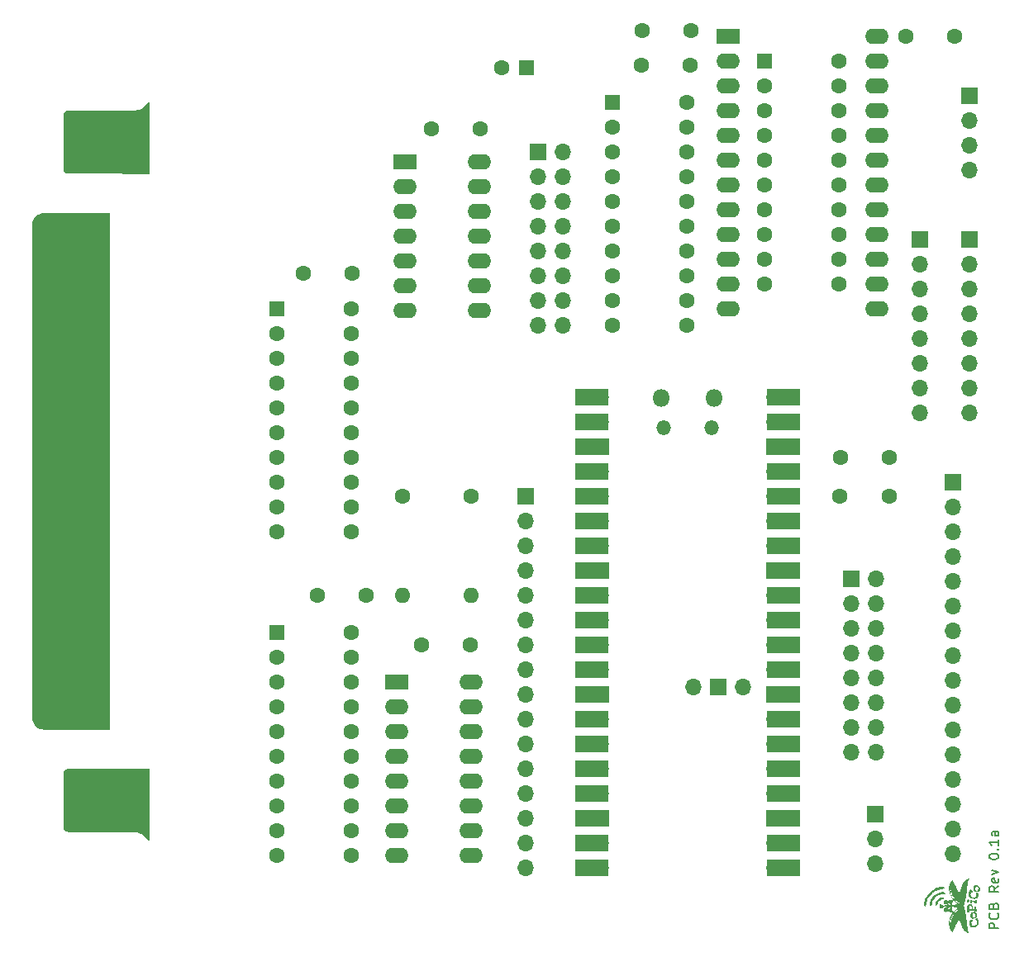
<source format=gbr>
%TF.GenerationSoftware,KiCad,Pcbnew,7.0.11-7.0.11~ubuntu22.04.1*%
%TF.CreationDate,2024-04-01T06:10:19-07:00*%
%TF.ProjectId,copico,636f7069-636f-42e6-9b69-6361645f7063,0.1.24*%
%TF.SameCoordinates,Original*%
%TF.FileFunction,Soldermask,Top*%
%TF.FilePolarity,Negative*%
%FSLAX46Y46*%
G04 Gerber Fmt 4.6, Leading zero omitted, Abs format (unit mm)*
G04 Created by KiCad (PCBNEW 7.0.11-7.0.11~ubuntu22.04.1) date 2024-04-01 06:10:19*
%MOMM*%
%LPD*%
G01*
G04 APERTURE LIST*
G04 Aperture macros list*
%AMRoundRect*
0 Rectangle with rounded corners*
0 $1 Rounding radius*
0 $2 $3 $4 $5 $6 $7 $8 $9 X,Y pos of 4 corners*
0 Add a 4 corners polygon primitive as box body*
4,1,4,$2,$3,$4,$5,$6,$7,$8,$9,$2,$3,0*
0 Add four circle primitives for the rounded corners*
1,1,$1+$1,$2,$3*
1,1,$1+$1,$4,$5*
1,1,$1+$1,$6,$7*
1,1,$1+$1,$8,$9*
0 Add four rect primitives between the rounded corners*
20,1,$1+$1,$2,$3,$4,$5,0*
20,1,$1+$1,$4,$5,$6,$7,0*
20,1,$1+$1,$6,$7,$8,$9,0*
20,1,$1+$1,$8,$9,$2,$3,0*%
G04 Aperture macros list end*
%ADD10C,0.150000*%
%ADD11R,6.350000X1.270000*%
%ADD12R,1.600000X1.600000*%
%ADD13C,1.600000*%
%ADD14R,1.700000X1.700000*%
%ADD15O,1.700000X1.700000*%
%ADD16O,1.600000X1.600000*%
%ADD17RoundRect,0.102000X-0.700000X0.700000X-0.700000X-0.700000X0.700000X-0.700000X0.700000X0.700000X0*%
%ADD18C,1.604000*%
%ADD19R,2.400000X1.600000*%
%ADD20O,2.400000X1.600000*%
%ADD21O,1.800000X1.800000*%
%ADD22O,1.500000X1.500000*%
%ADD23R,3.500000X1.700000*%
G04 APERTURE END LIST*
D10*
X190446819Y-151026190D02*
X189446819Y-151026190D01*
X189446819Y-151026190D02*
X189446819Y-150645238D01*
X189446819Y-150645238D02*
X189494438Y-150550000D01*
X189494438Y-150550000D02*
X189542057Y-150502381D01*
X189542057Y-150502381D02*
X189637295Y-150454762D01*
X189637295Y-150454762D02*
X189780152Y-150454762D01*
X189780152Y-150454762D02*
X189875390Y-150502381D01*
X189875390Y-150502381D02*
X189923009Y-150550000D01*
X189923009Y-150550000D02*
X189970628Y-150645238D01*
X189970628Y-150645238D02*
X189970628Y-151026190D01*
X190351580Y-149454762D02*
X190399200Y-149502381D01*
X190399200Y-149502381D02*
X190446819Y-149645238D01*
X190446819Y-149645238D02*
X190446819Y-149740476D01*
X190446819Y-149740476D02*
X190399200Y-149883333D01*
X190399200Y-149883333D02*
X190303961Y-149978571D01*
X190303961Y-149978571D02*
X190208723Y-150026190D01*
X190208723Y-150026190D02*
X190018247Y-150073809D01*
X190018247Y-150073809D02*
X189875390Y-150073809D01*
X189875390Y-150073809D02*
X189684914Y-150026190D01*
X189684914Y-150026190D02*
X189589676Y-149978571D01*
X189589676Y-149978571D02*
X189494438Y-149883333D01*
X189494438Y-149883333D02*
X189446819Y-149740476D01*
X189446819Y-149740476D02*
X189446819Y-149645238D01*
X189446819Y-149645238D02*
X189494438Y-149502381D01*
X189494438Y-149502381D02*
X189542057Y-149454762D01*
X189923009Y-148692857D02*
X189970628Y-148550000D01*
X189970628Y-148550000D02*
X190018247Y-148502381D01*
X190018247Y-148502381D02*
X190113485Y-148454762D01*
X190113485Y-148454762D02*
X190256342Y-148454762D01*
X190256342Y-148454762D02*
X190351580Y-148502381D01*
X190351580Y-148502381D02*
X190399200Y-148550000D01*
X190399200Y-148550000D02*
X190446819Y-148645238D01*
X190446819Y-148645238D02*
X190446819Y-149026190D01*
X190446819Y-149026190D02*
X189446819Y-149026190D01*
X189446819Y-149026190D02*
X189446819Y-148692857D01*
X189446819Y-148692857D02*
X189494438Y-148597619D01*
X189494438Y-148597619D02*
X189542057Y-148550000D01*
X189542057Y-148550000D02*
X189637295Y-148502381D01*
X189637295Y-148502381D02*
X189732533Y-148502381D01*
X189732533Y-148502381D02*
X189827771Y-148550000D01*
X189827771Y-148550000D02*
X189875390Y-148597619D01*
X189875390Y-148597619D02*
X189923009Y-148692857D01*
X189923009Y-148692857D02*
X189923009Y-149026190D01*
X190446819Y-146692857D02*
X189970628Y-147026190D01*
X190446819Y-147264285D02*
X189446819Y-147264285D01*
X189446819Y-147264285D02*
X189446819Y-146883333D01*
X189446819Y-146883333D02*
X189494438Y-146788095D01*
X189494438Y-146788095D02*
X189542057Y-146740476D01*
X189542057Y-146740476D02*
X189637295Y-146692857D01*
X189637295Y-146692857D02*
X189780152Y-146692857D01*
X189780152Y-146692857D02*
X189875390Y-146740476D01*
X189875390Y-146740476D02*
X189923009Y-146788095D01*
X189923009Y-146788095D02*
X189970628Y-146883333D01*
X189970628Y-146883333D02*
X189970628Y-147264285D01*
X190399200Y-145883333D02*
X190446819Y-145978571D01*
X190446819Y-145978571D02*
X190446819Y-146169047D01*
X190446819Y-146169047D02*
X190399200Y-146264285D01*
X190399200Y-146264285D02*
X190303961Y-146311904D01*
X190303961Y-146311904D02*
X189923009Y-146311904D01*
X189923009Y-146311904D02*
X189827771Y-146264285D01*
X189827771Y-146264285D02*
X189780152Y-146169047D01*
X189780152Y-146169047D02*
X189780152Y-145978571D01*
X189780152Y-145978571D02*
X189827771Y-145883333D01*
X189827771Y-145883333D02*
X189923009Y-145835714D01*
X189923009Y-145835714D02*
X190018247Y-145835714D01*
X190018247Y-145835714D02*
X190113485Y-146311904D01*
X189780152Y-145502380D02*
X190446819Y-145264285D01*
X190446819Y-145264285D02*
X189780152Y-145026190D01*
X189446819Y-143692856D02*
X189446819Y-143597618D01*
X189446819Y-143597618D02*
X189494438Y-143502380D01*
X189494438Y-143502380D02*
X189542057Y-143454761D01*
X189542057Y-143454761D02*
X189637295Y-143407142D01*
X189637295Y-143407142D02*
X189827771Y-143359523D01*
X189827771Y-143359523D02*
X190065866Y-143359523D01*
X190065866Y-143359523D02*
X190256342Y-143407142D01*
X190256342Y-143407142D02*
X190351580Y-143454761D01*
X190351580Y-143454761D02*
X190399200Y-143502380D01*
X190399200Y-143502380D02*
X190446819Y-143597618D01*
X190446819Y-143597618D02*
X190446819Y-143692856D01*
X190446819Y-143692856D02*
X190399200Y-143788094D01*
X190399200Y-143788094D02*
X190351580Y-143835713D01*
X190351580Y-143835713D02*
X190256342Y-143883332D01*
X190256342Y-143883332D02*
X190065866Y-143930951D01*
X190065866Y-143930951D02*
X189827771Y-143930951D01*
X189827771Y-143930951D02*
X189637295Y-143883332D01*
X189637295Y-143883332D02*
X189542057Y-143835713D01*
X189542057Y-143835713D02*
X189494438Y-143788094D01*
X189494438Y-143788094D02*
X189446819Y-143692856D01*
X190351580Y-142930951D02*
X190399200Y-142883332D01*
X190399200Y-142883332D02*
X190446819Y-142930951D01*
X190446819Y-142930951D02*
X190399200Y-142978570D01*
X190399200Y-142978570D02*
X190351580Y-142930951D01*
X190351580Y-142930951D02*
X190446819Y-142930951D01*
X190446819Y-141930952D02*
X190446819Y-142502380D01*
X190446819Y-142216666D02*
X189446819Y-142216666D01*
X189446819Y-142216666D02*
X189589676Y-142311904D01*
X189589676Y-142311904D02*
X189684914Y-142407142D01*
X189684914Y-142407142D02*
X189732533Y-142502380D01*
X190446819Y-141073809D02*
X189923009Y-141073809D01*
X189923009Y-141073809D02*
X189827771Y-141121428D01*
X189827771Y-141121428D02*
X189780152Y-141216666D01*
X189780152Y-141216666D02*
X189780152Y-141407142D01*
X189780152Y-141407142D02*
X189827771Y-141502380D01*
X190399200Y-141073809D02*
X190446819Y-141169047D01*
X190446819Y-141169047D02*
X190446819Y-141407142D01*
X190446819Y-141407142D02*
X190399200Y-141502380D01*
X190399200Y-141502380D02*
X190303961Y-141549999D01*
X190303961Y-141549999D02*
X190208723Y-141549999D01*
X190208723Y-141549999D02*
X190113485Y-141502380D01*
X190113485Y-141502380D02*
X190065866Y-141407142D01*
X190065866Y-141407142D02*
X190065866Y-141169047D01*
X190065866Y-141169047D02*
X190018247Y-141073809D01*
%TO.C,G\u002A\u002A\u002A*%
G36*
X187359202Y-148043709D02*
G01*
X187402850Y-148081312D01*
X187430762Y-148133408D01*
X187441548Y-148195854D01*
X187433814Y-148264504D01*
X187433615Y-148265303D01*
X187411578Y-148319702D01*
X187379519Y-148357302D01*
X187341362Y-148377386D01*
X187301036Y-148379242D01*
X187262467Y-148362156D01*
X187229583Y-148325412D01*
X187218613Y-148304404D01*
X187203488Y-148251605D01*
X187201842Y-148197441D01*
X187211712Y-148145546D01*
X187231139Y-148099559D01*
X187258160Y-148063114D01*
X187290816Y-148039848D01*
X187327145Y-148033396D01*
X187359202Y-148043709D01*
G37*
G36*
X184727694Y-147838065D02*
G01*
X184776661Y-147846542D01*
X184809486Y-147860306D01*
X184813070Y-147863175D01*
X184829797Y-147892301D01*
X184833198Y-147930443D01*
X184823221Y-147967201D01*
X184813664Y-147981300D01*
X184788545Y-147997461D01*
X184746388Y-148012118D01*
X184716808Y-148018916D01*
X184597739Y-148051446D01*
X184489844Y-148099955D01*
X184395118Y-148162595D01*
X184315555Y-148237514D01*
X184253149Y-148322863D01*
X184209895Y-148416790D01*
X184188787Y-148508745D01*
X184178814Y-148568588D01*
X184164697Y-148610110D01*
X184143743Y-148638463D01*
X184113259Y-148658799D01*
X184109381Y-148660686D01*
X184062092Y-148677135D01*
X184026300Y-148674786D01*
X184000173Y-148652467D01*
X183981880Y-148609003D01*
X183974211Y-148574060D01*
X183967806Y-148471940D01*
X183982867Y-148369586D01*
X184017496Y-148269426D01*
X184069793Y-148173888D01*
X184137856Y-148085402D01*
X184219787Y-148006395D01*
X184313685Y-147939295D01*
X184417651Y-147886532D01*
X184529784Y-147850533D01*
X184542512Y-147847706D01*
X184604763Y-147838312D01*
X184668443Y-147835210D01*
X184727694Y-147838065D01*
G37*
G36*
X188199744Y-146564035D02*
G01*
X188274272Y-146598175D01*
X188350288Y-146650237D01*
X188407570Y-146701298D01*
X188477753Y-146782703D01*
X188526893Y-146866987D01*
X188554429Y-146952474D01*
X188559799Y-147037489D01*
X188545188Y-147112301D01*
X188512145Y-147184534D01*
X188465973Y-147243095D01*
X188419432Y-147278335D01*
X188361512Y-147298411D01*
X188292154Y-147302505D01*
X188215937Y-147291851D01*
X188182032Y-147281413D01*
X188137444Y-147267685D01*
X188061255Y-147231243D01*
X187991951Y-147183760D01*
X187959267Y-147154228D01*
X187899016Y-147080873D01*
X187861809Y-147003916D01*
X187855091Y-146966008D01*
X188048658Y-146966008D01*
X188052534Y-147028568D01*
X188077182Y-147080254D01*
X188123071Y-147121996D01*
X188129668Y-147126162D01*
X188182032Y-147146940D01*
X188231650Y-147144841D01*
X188276839Y-147120485D01*
X188315918Y-147074487D01*
X188327873Y-147053329D01*
X188358001Y-146975412D01*
X188365590Y-146903674D01*
X188350662Y-146837650D01*
X188339403Y-146814518D01*
X188309709Y-146777340D01*
X188269701Y-146746915D01*
X188227765Y-146728887D01*
X188208314Y-146726284D01*
X188168417Y-146737380D01*
X188130251Y-146768048D01*
X188096434Y-146814357D01*
X188069582Y-146872378D01*
X188052315Y-146938181D01*
X188048658Y-146966008D01*
X187855091Y-146966008D01*
X187847264Y-146921840D01*
X187854999Y-146833133D01*
X187866715Y-146787090D01*
X187900394Y-146704612D01*
X187946353Y-146634455D01*
X188001221Y-146581624D01*
X188008538Y-146576488D01*
X188064532Y-146552458D01*
X188129049Y-146548552D01*
X188199744Y-146564035D01*
G37*
G36*
X184767633Y-147283872D02*
G01*
X184847487Y-147297748D01*
X184893037Y-147309421D01*
X184921925Y-147321271D01*
X184940769Y-147336813D01*
X184952658Y-147353604D01*
X184972168Y-147400985D01*
X184970052Y-147446335D01*
X184967194Y-147455358D01*
X184948249Y-147482353D01*
X184913316Y-147497619D01*
X184859963Y-147502395D01*
X184783506Y-147506476D01*
X184693327Y-147517760D01*
X184597577Y-147534809D01*
X184504408Y-147556183D01*
X184426666Y-147578868D01*
X184265143Y-147641929D01*
X184119587Y-147717806D01*
X183990898Y-147805463D01*
X183879976Y-147903865D01*
X183787721Y-148011978D01*
X183715035Y-148128767D01*
X183662817Y-148253196D01*
X183631968Y-148384231D01*
X183623213Y-148502255D01*
X183620989Y-148564037D01*
X183613147Y-148607688D01*
X183597551Y-148638338D01*
X183572067Y-148661113D01*
X183552354Y-148672509D01*
X183504182Y-148688503D01*
X183463836Y-148683137D01*
X183439654Y-148665297D01*
X183431201Y-148653846D01*
X183425184Y-148638627D01*
X183421210Y-148615812D01*
X183418886Y-148581572D01*
X183417820Y-148532077D01*
X183417618Y-148463501D01*
X183417640Y-148450691D01*
X183417991Y-148378760D01*
X183419185Y-148324813D01*
X183421934Y-148283317D01*
X183426954Y-148248737D01*
X183434958Y-148215539D01*
X183446661Y-148178190D01*
X183456559Y-148149154D01*
X183501229Y-148035691D01*
X183553881Y-147935164D01*
X183620058Y-147837479D01*
X183646628Y-147803116D01*
X183758077Y-147681502D01*
X183888177Y-147573103D01*
X184035605Y-147478724D01*
X184199038Y-147399165D01*
X184377152Y-147335230D01*
X184453799Y-147313800D01*
X184568230Y-147289497D01*
X184670702Y-147279608D01*
X184767633Y-147283872D01*
G37*
G36*
X188031122Y-149335031D02*
G01*
X188034842Y-149335787D01*
X188111825Y-149361012D01*
X188171398Y-149400962D01*
X188214296Y-149456590D01*
X188241250Y-149528848D01*
X188252994Y-149618687D01*
X188253010Y-149619062D01*
X188254339Y-149672094D01*
X188251958Y-149710030D01*
X188244619Y-149741166D01*
X188231079Y-149773795D01*
X188229167Y-149777812D01*
X188182499Y-149849364D01*
X188116236Y-149913258D01*
X188033773Y-149966796D01*
X187941998Y-150006117D01*
X187900090Y-150015705D01*
X187852303Y-150026639D01*
X187771217Y-150025759D01*
X187699841Y-150003989D01*
X187639280Y-149961843D01*
X187590636Y-149899833D01*
X187557928Y-149827378D01*
X187546068Y-149774163D01*
X187540090Y-149708171D01*
X187540174Y-149665261D01*
X187753082Y-149665261D01*
X187762722Y-149737182D01*
X187781419Y-149797926D01*
X187807485Y-149843318D01*
X187834615Y-149866948D01*
X187862109Y-149874120D01*
X187900090Y-149875493D01*
X187912442Y-149874504D01*
X187966813Y-149857376D01*
X188011267Y-149822154D01*
X188040314Y-149773639D01*
X188044828Y-149758777D01*
X188050331Y-149704695D01*
X188045291Y-149641237D01*
X188030959Y-149579375D01*
X188021550Y-149554386D01*
X187994139Y-149505261D01*
X187961824Y-149476300D01*
X187920025Y-149464151D01*
X187897034Y-149463274D01*
X187838364Y-149472120D01*
X187795299Y-149497184D01*
X187767261Y-149539275D01*
X187753673Y-149599206D01*
X187753082Y-149665261D01*
X187540174Y-149665261D01*
X187540224Y-149639458D01*
X187546702Y-149578077D01*
X187551679Y-149555772D01*
X187573363Y-149509966D01*
X187610842Y-149461583D01*
X187658106Y-149416860D01*
X187709148Y-149382036D01*
X187727852Y-149372881D01*
X187800250Y-149348965D01*
X187881139Y-149333935D01*
X187961202Y-149328915D01*
X188031122Y-149335031D01*
G37*
G36*
X188076610Y-148084267D02*
G01*
X188120839Y-148092573D01*
X188163432Y-148103126D01*
X188173280Y-148106130D01*
X188195184Y-148114972D01*
X188209019Y-148127284D01*
X188215783Y-148147464D01*
X188216471Y-148179910D01*
X188212081Y-148229023D01*
X188208333Y-148260867D01*
X188201471Y-148314974D01*
X188193927Y-148371000D01*
X188188649Y-148407858D01*
X188178974Y-148472534D01*
X188092984Y-148470101D01*
X188037970Y-148466720D01*
X188002610Y-148458497D01*
X187983134Y-148442701D01*
X187975773Y-148416602D01*
X187976142Y-148385457D01*
X187979845Y-148331926D01*
X187864902Y-148315829D01*
X187814222Y-148309522D01*
X187771497Y-148305663D01*
X187742605Y-148304708D01*
X187734362Y-148305716D01*
X187724066Y-148320557D01*
X187715459Y-148353119D01*
X187711795Y-148379256D01*
X187705496Y-148417685D01*
X187696512Y-148446380D01*
X187689463Y-148456711D01*
X187666581Y-148461447D01*
X187624834Y-148460098D01*
X187568011Y-148452897D01*
X187535933Y-148447325D01*
X187517848Y-148442436D01*
X187508181Y-148432378D01*
X187504305Y-148411046D01*
X187503595Y-148372333D01*
X187503595Y-148372126D01*
X187505356Y-148321299D01*
X187510087Y-148267415D01*
X187516961Y-148215641D01*
X187525152Y-148171144D01*
X187533833Y-148139093D01*
X187542177Y-148124653D01*
X187543242Y-148124334D01*
X187562078Y-148123779D01*
X187588013Y-148125664D01*
X187624433Y-148130482D01*
X187674720Y-148138726D01*
X187742258Y-148150892D01*
X187802352Y-148162145D01*
X187874554Y-148175718D01*
X187927007Y-148184540D01*
X187963116Y-148187979D01*
X187986289Y-148185401D01*
X187999930Y-148176173D01*
X188007446Y-148159659D01*
X188012244Y-148135228D01*
X188014223Y-148122731D01*
X188021691Y-148076032D01*
X188076610Y-148084267D01*
G37*
G36*
X184767825Y-146716627D02*
G01*
X184801265Y-146724299D01*
X184829424Y-146739800D01*
X184858297Y-146764589D01*
X184861520Y-146767699D01*
X184893785Y-146807713D01*
X184903914Y-146843058D01*
X184891771Y-146872810D01*
X184878692Y-146884347D01*
X184831605Y-146910609D01*
X184761418Y-146939669D01*
X184668370Y-146971447D01*
X184552703Y-147005859D01*
X184414657Y-147042825D01*
X184410797Y-147043813D01*
X184328619Y-147065409D01*
X184248224Y-147087604D01*
X184174413Y-147108993D01*
X184111988Y-147128170D01*
X184065748Y-147143729D01*
X184053193Y-147148492D01*
X183991017Y-147177727D01*
X183916809Y-147219570D01*
X183835760Y-147270612D01*
X183753059Y-147327446D01*
X183673898Y-147386663D01*
X183608257Y-147440666D01*
X183475285Y-147569298D01*
X183356183Y-147710737D01*
X183252423Y-147862213D01*
X183165475Y-148020954D01*
X183096812Y-148184189D01*
X183047906Y-148349145D01*
X183020227Y-148513053D01*
X183016722Y-148554658D01*
X183012268Y-148606084D01*
X183006453Y-148651751D01*
X183000291Y-148684196D01*
X182998092Y-148691448D01*
X182974044Y-148725319D01*
X182936750Y-148745716D01*
X182892942Y-148751579D01*
X182849353Y-148741845D01*
X182816996Y-148720013D01*
X182800512Y-148699847D01*
X182791754Y-148676199D01*
X182788481Y-148641069D01*
X182788201Y-148617119D01*
X182791908Y-148543167D01*
X182802057Y-148455097D01*
X182817370Y-148361009D01*
X182836570Y-148269000D01*
X182853355Y-148204121D01*
X182914882Y-148028802D01*
X182997761Y-147854732D01*
X183099926Y-147685324D01*
X183219308Y-147523991D01*
X183353842Y-147374145D01*
X183359528Y-147368420D01*
X183441228Y-147289842D01*
X183520286Y-147221665D01*
X183603802Y-147158306D01*
X183698874Y-147094182D01*
X183746542Y-147064072D01*
X183927697Y-146958353D01*
X184099363Y-146872586D01*
X184263341Y-146806092D01*
X184421432Y-146758191D01*
X184575436Y-146728203D01*
X184661128Y-146718938D01*
X184723111Y-146715327D01*
X184767825Y-146716627D01*
G37*
G36*
X188236835Y-149918342D02*
G01*
X188256096Y-149931742D01*
X188280986Y-149955012D01*
X188336387Y-150023792D01*
X188378916Y-150107801D01*
X188407437Y-150201888D01*
X188420815Y-150300902D01*
X188417914Y-150399691D01*
X188398808Y-150489379D01*
X188359854Y-150582476D01*
X188303547Y-150669309D01*
X188238857Y-150742787D01*
X188148013Y-150824242D01*
X188056680Y-150885296D01*
X187966237Y-150925673D01*
X187878064Y-150945096D01*
X187793541Y-150943289D01*
X187714047Y-150919977D01*
X187640963Y-150874882D01*
X187629063Y-150864843D01*
X187576536Y-150810660D01*
X187532595Y-150746586D01*
X187494274Y-150667679D01*
X187467198Y-150595080D01*
X187447786Y-150533424D01*
X187436092Y-150482353D01*
X187430228Y-150430985D01*
X187428328Y-150371038D01*
X187429252Y-150304529D01*
X187435091Y-150257397D01*
X187448300Y-150225630D01*
X187471333Y-150205214D01*
X187506641Y-150192138D01*
X187542189Y-150184816D01*
X187607533Y-150175885D01*
X187668221Y-150172060D01*
X187719482Y-150173263D01*
X187756543Y-150179420D01*
X187773300Y-150188472D01*
X187780994Y-150209979D01*
X187784034Y-150244847D01*
X187783559Y-150261542D01*
X187780140Y-150295835D01*
X187772564Y-150313720D01*
X187756199Y-150322304D01*
X187741792Y-150325631D01*
X187701311Y-150339030D01*
X187676060Y-150361635D01*
X187664788Y-150396611D01*
X187666245Y-150447124D01*
X187674623Y-150495607D01*
X187701135Y-150584859D01*
X187738703Y-150655519D01*
X187786057Y-150706767D01*
X187841928Y-150737784D01*
X187905049Y-150747752D01*
X187974149Y-150735849D01*
X188018433Y-150717631D01*
X188079421Y-150677904D01*
X188134639Y-150624826D01*
X188178261Y-150564959D01*
X188203155Y-150509489D01*
X188217998Y-150438439D01*
X188217944Y-150369116D01*
X188202747Y-150292900D01*
X188196365Y-150271146D01*
X188178866Y-150222731D01*
X188157334Y-150184314D01*
X188125701Y-150146126D01*
X188106388Y-150126247D01*
X188040955Y-150060814D01*
X188106726Y-150001043D01*
X188143305Y-149969299D01*
X188177369Y-149942281D01*
X188201863Y-149925568D01*
X188202847Y-149925029D01*
X188221342Y-149916970D01*
X188236835Y-149918342D01*
G37*
G36*
X187605100Y-147016342D02*
G01*
X187638709Y-147037329D01*
X187679731Y-147067683D01*
X187723709Y-147103620D01*
X187766191Y-147141359D01*
X187802721Y-147177115D01*
X187828845Y-147207105D01*
X187839860Y-147226351D01*
X187838384Y-147255505D01*
X187825561Y-147289687D01*
X187806280Y-147318625D01*
X187790130Y-147330860D01*
X187771465Y-147328158D01*
X187746826Y-147313849D01*
X187746495Y-147313590D01*
X187708039Y-147293963D01*
X187671370Y-147293965D01*
X187642017Y-147313411D01*
X187639146Y-147317187D01*
X187621362Y-147351311D01*
X187603424Y-147400008D01*
X187587891Y-147454486D01*
X187577321Y-147505957D01*
X187574151Y-147540487D01*
X187584975Y-147619929D01*
X187615765Y-147690142D01*
X187663996Y-147748772D01*
X187727144Y-147793469D01*
X187802684Y-147821879D01*
X187886680Y-147831654D01*
X187952877Y-147823435D01*
X188012106Y-147800673D01*
X188057028Y-147766215D01*
X188057850Y-147765290D01*
X188074726Y-147741914D01*
X188095460Y-147707722D01*
X188104854Y-147690543D01*
X188118326Y-147661662D01*
X188126449Y-147633196D01*
X188130340Y-147598068D01*
X188131115Y-147549202D01*
X188130831Y-147525914D01*
X188129611Y-147473535D01*
X188127873Y-147427197D01*
X188125910Y-147393959D01*
X188124984Y-147384802D01*
X188124042Y-147367822D01*
X188130929Y-147359429D01*
X188151125Y-147357097D01*
X188183111Y-147358004D01*
X188229848Y-147362084D01*
X188275603Y-147369365D01*
X188291422Y-147373032D01*
X188323245Y-147384889D01*
X188340458Y-147403482D01*
X188349734Y-147429229D01*
X188357149Y-147473555D01*
X188360284Y-147531194D01*
X188359135Y-147592330D01*
X188353699Y-147647151D01*
X188349830Y-147667241D01*
X188316206Y-147764768D01*
X188266263Y-147845921D01*
X188201231Y-147909988D01*
X188122337Y-147956254D01*
X188030811Y-147984007D01*
X187927879Y-147992533D01*
X187814771Y-147981120D01*
X187810623Y-147980347D01*
X187692775Y-147948722D01*
X187592697Y-147901879D01*
X187510530Y-147839949D01*
X187446412Y-147763063D01*
X187400484Y-147671353D01*
X187373936Y-147571246D01*
X187367975Y-147485323D01*
X187376119Y-147389099D01*
X187397020Y-147290002D01*
X187429329Y-147195458D01*
X187450384Y-147150187D01*
X187471172Y-147117165D01*
X187499367Y-147081354D01*
X187530092Y-147047952D01*
X187558472Y-147022152D01*
X187579630Y-147009149D01*
X187583358Y-147008506D01*
X187605100Y-147016342D01*
G37*
G36*
X187600442Y-148504152D02*
G01*
X187651163Y-148528621D01*
X187702784Y-148569020D01*
X187748617Y-148619021D01*
X187781972Y-148672294D01*
X187784821Y-148678611D01*
X187799018Y-148722299D01*
X187812060Y-148781019D01*
X187822655Y-148846286D01*
X187829510Y-148909612D01*
X187831335Y-148962513D01*
X187830434Y-148978182D01*
X187831164Y-149003949D01*
X187843625Y-149015041D01*
X187854973Y-149017419D01*
X187886735Y-149018034D01*
X187922102Y-149014038D01*
X187961233Y-149006697D01*
X187964659Y-148916004D01*
X187968086Y-148825312D01*
X188064114Y-148821912D01*
X188160143Y-148818513D01*
X188166640Y-148892468D01*
X188169961Y-148935423D01*
X188173827Y-148993357D01*
X188177693Y-149057756D01*
X188180232Y-149104563D01*
X188187327Y-149242703D01*
X188155372Y-149254853D01*
X188125615Y-149262909D01*
X188083710Y-149270485D01*
X188055401Y-149274111D01*
X187987386Y-149281220D01*
X187979760Y-149235534D01*
X187972324Y-149195123D01*
X187964837Y-149173193D01*
X187953864Y-149164954D01*
X187935971Y-149165613D01*
X187930316Y-149166554D01*
X187908384Y-149169670D01*
X187867469Y-149174853D01*
X187811964Y-149181569D01*
X187746260Y-149189287D01*
X187679984Y-149196882D01*
X187610900Y-149204910D01*
X187549999Y-149212378D01*
X187501088Y-149218787D01*
X187467974Y-149223638D01*
X187454484Y-149226419D01*
X187451991Y-149239782D01*
X187456481Y-149265884D01*
X187457424Y-149269305D01*
X187467819Y-149314157D01*
X187466432Y-149342833D01*
X187451431Y-149360468D01*
X187421280Y-149372083D01*
X187420983Y-149372197D01*
X187420664Y-149372283D01*
X187377317Y-149379680D01*
X187329332Y-149381992D01*
X187318462Y-149381556D01*
X187263913Y-149377997D01*
X187243082Y-149295682D01*
X187216245Y-149162882D01*
X187204023Y-149042858D01*
X187421280Y-149042858D01*
X187484231Y-149042858D01*
X187533178Y-149041497D01*
X187589247Y-149038019D01*
X187619463Y-149035303D01*
X187691743Y-149027748D01*
X187691678Y-148938289D01*
X187689909Y-148887193D01*
X187685330Y-148838686D01*
X187678925Y-148803140D01*
X187678810Y-148802720D01*
X187654290Y-148748331D01*
X187617051Y-148710394D01*
X187570174Y-148691624D01*
X187551002Y-148690080D01*
X187505022Y-148697719D01*
X187469840Y-148721555D01*
X187444739Y-148762968D01*
X187429004Y-148823338D01*
X187421919Y-148904043D01*
X187421346Y-148939965D01*
X187421280Y-149042858D01*
X187204023Y-149042858D01*
X187203033Y-149033137D01*
X187203320Y-148910054D01*
X187216982Y-148797238D01*
X187243894Y-148698298D01*
X187265407Y-148648923D01*
X187312757Y-148579179D01*
X187372206Y-148528868D01*
X187441511Y-148498960D01*
X187518426Y-148490424D01*
X187600442Y-148504152D01*
G37*
G36*
X187458051Y-145899213D02*
G01*
X187450057Y-145915850D01*
X187433944Y-145937271D01*
X187400896Y-145983530D01*
X187372308Y-146034375D01*
X187347472Y-146092426D01*
X187325681Y-146160307D01*
X187306228Y-146240638D01*
X187288404Y-146336042D01*
X187271501Y-146449141D01*
X187254814Y-146582556D01*
X187251137Y-146614571D01*
X187226466Y-146830341D01*
X187203742Y-147024470D01*
X187182676Y-147198727D01*
X187162978Y-147354883D01*
X187144358Y-147494707D01*
X187126525Y-147619971D01*
X187109190Y-147732445D01*
X187092063Y-147833898D01*
X187074853Y-147926100D01*
X187057271Y-148010823D01*
X187039027Y-148089836D01*
X187019830Y-148164909D01*
X186999390Y-148237812D01*
X186977418Y-148310316D01*
X186968872Y-148337302D01*
X186936225Y-148445838D01*
X186913617Y-148537103D01*
X186900387Y-148614771D01*
X186895875Y-148682515D01*
X186898011Y-148731135D01*
X186903413Y-148772686D01*
X186913003Y-148826297D01*
X186927203Y-148893812D01*
X186946432Y-148977074D01*
X186971114Y-149077926D01*
X187001667Y-149198212D01*
X187026963Y-149295682D01*
X187044262Y-149364721D01*
X187060739Y-149436831D01*
X187076677Y-149513886D01*
X187092355Y-149597761D01*
X187108055Y-149690331D01*
X187124059Y-149793472D01*
X187140646Y-149909058D01*
X187158098Y-150038964D01*
X187176696Y-150185065D01*
X187196720Y-150349237D01*
X187218454Y-150533354D01*
X187238463Y-150706793D01*
X187255275Y-150849657D01*
X187270803Y-150971417D01*
X187285609Y-151074419D01*
X187300250Y-151161005D01*
X187315286Y-151233518D01*
X187331276Y-151294303D01*
X187348780Y-151345702D01*
X187368356Y-151390060D01*
X187390564Y-151429719D01*
X187415963Y-151467024D01*
X187421690Y-151474693D01*
X187445438Y-151506714D01*
X187462232Y-151530592D01*
X187468317Y-151540896D01*
X187457907Y-151540822D01*
X187430696Y-151536132D01*
X187395000Y-151528391D01*
X187276122Y-151489038D01*
X187160053Y-151427937D01*
X187048959Y-151346851D01*
X187012510Y-151312029D01*
X186945007Y-151247540D01*
X186850363Y-151131768D01*
X186784940Y-151032092D01*
X186730234Y-150929962D01*
X186675280Y-150808463D01*
X186621504Y-150671685D01*
X186570335Y-150523717D01*
X186523200Y-150368648D01*
X186481527Y-150210569D01*
X186451372Y-150076445D01*
X186430545Y-149975263D01*
X186269269Y-150293991D01*
X186220193Y-150390777D01*
X186166661Y-150496001D01*
X186111800Y-150603541D01*
X186058735Y-150707276D01*
X186010594Y-150801084D01*
X185977378Y-150865543D01*
X185936752Y-150944972D01*
X185896233Y-151025616D01*
X185858279Y-151102475D01*
X185825352Y-151170552D01*
X185799909Y-151224844D01*
X185792266Y-151241840D01*
X185769647Y-151291977D01*
X185749594Y-151334404D01*
X185734437Y-151364313D01*
X185726960Y-151376501D01*
X185712675Y-151375545D01*
X185687428Y-151358064D01*
X185653948Y-151326655D01*
X185614965Y-151283915D01*
X185573208Y-151232441D01*
X185566934Y-151224206D01*
X185508587Y-151132726D01*
X185488397Y-151101071D01*
X185428099Y-150964797D01*
X185386023Y-150817076D01*
X185362154Y-150659598D01*
X185359300Y-150576382D01*
X185441813Y-150576382D01*
X185462004Y-150749228D01*
X185481096Y-150836512D01*
X185492485Y-150879694D01*
X185501935Y-150913055D01*
X185507807Y-150930891D01*
X185508587Y-150932325D01*
X185510463Y-150922709D01*
X185512963Y-150893550D01*
X185515819Y-150848808D01*
X185518761Y-150792441D01*
X185520148Y-150761909D01*
X185535595Y-150547988D01*
X185563119Y-150351128D01*
X185603539Y-150167739D01*
X185657672Y-149994236D01*
X185726333Y-149827029D01*
X185739414Y-149799171D01*
X185786489Y-149713136D01*
X186501076Y-149713136D01*
X186506487Y-149860058D01*
X186521883Y-150016188D01*
X186546165Y-150176052D01*
X186578232Y-150334181D01*
X186616983Y-150485102D01*
X186661320Y-150623342D01*
X186706810Y-150736191D01*
X186724711Y-150775619D01*
X186746933Y-150824766D01*
X186765219Y-150865338D01*
X186795178Y-150924632D01*
X186833511Y-150989937D01*
X186876038Y-151054977D01*
X186918579Y-151113478D01*
X186956956Y-151159162D01*
X186968970Y-151171284D01*
X187012510Y-151212441D01*
X186957233Y-151130923D01*
X186925195Y-151080489D01*
X186889927Y-151020028D01*
X186857996Y-150960895D01*
X186851804Y-150948655D01*
X186772747Y-150774699D01*
X186706271Y-150594581D01*
X186650994Y-150403786D01*
X186605532Y-150197798D01*
X186583827Y-150074016D01*
X186574526Y-150012341D01*
X186567584Y-149955363D01*
X186562680Y-149897828D01*
X186559497Y-149834481D01*
X186557717Y-149760066D01*
X186557021Y-149669328D01*
X186556975Y-149630821D01*
X186557696Y-149518171D01*
X186559865Y-149428887D01*
X186563485Y-149362859D01*
X186568562Y-149319979D01*
X186571355Y-149308103D01*
X186580816Y-149273241D01*
X186581818Y-149259160D01*
X186578533Y-149262349D01*
X186575587Y-149265209D01*
X186573910Y-149268707D01*
X186563349Y-149290736D01*
X186552514Y-149318107D01*
X186533456Y-149378713D01*
X186530963Y-149386641D01*
X186515692Y-149462244D01*
X186506105Y-149549501D01*
X186501605Y-149652994D01*
X186501076Y-149713136D01*
X185786489Y-149713136D01*
X185838048Y-149618905D01*
X185955976Y-149450751D01*
X186093711Y-149294134D01*
X186251764Y-149148479D01*
X186430647Y-149013213D01*
X186454081Y-148997287D01*
X186489215Y-148973337D01*
X186515204Y-148954965D01*
X186527257Y-148945573D01*
X186527576Y-148945095D01*
X186517158Y-148944362D01*
X186490995Y-148945865D01*
X186478476Y-148946965D01*
X186427729Y-148959891D01*
X186364922Y-148988812D01*
X186292828Y-149031473D01*
X186214220Y-149085619D01*
X186131872Y-149148996D01*
X186048558Y-149219349D01*
X185967051Y-149294423D01*
X185890124Y-149371963D01*
X185820552Y-149449713D01*
X185761108Y-149525420D01*
X185753035Y-149536747D01*
X185652209Y-149698295D01*
X185570294Y-149867740D01*
X185507794Y-150042677D01*
X185465212Y-150220700D01*
X185443050Y-150399404D01*
X185441813Y-150576382D01*
X185359300Y-150576382D01*
X185356477Y-150494056D01*
X185368975Y-150322140D01*
X185399632Y-150145540D01*
X185448434Y-149965949D01*
X185515364Y-149785056D01*
X185581672Y-149641095D01*
X185614590Y-149576895D01*
X185645628Y-149520322D01*
X185676886Y-149468880D01*
X185710462Y-149420074D01*
X185748453Y-149371409D01*
X185792960Y-149320391D01*
X185846079Y-149264524D01*
X185909909Y-149201315D01*
X185986549Y-149128268D01*
X186078097Y-149042888D01*
X186108424Y-149014827D01*
X186158319Y-148967516D01*
X186197680Y-148927757D01*
X186224419Y-148897810D01*
X186236445Y-148879936D01*
X186236427Y-148876357D01*
X186219332Y-148869701D01*
X186183336Y-148862310D01*
X186133025Y-148854695D01*
X186072985Y-148847370D01*
X186007800Y-148840846D01*
X185942056Y-148835636D01*
X185880337Y-148832252D01*
X185832232Y-148831191D01*
X185718078Y-148831191D01*
X185698770Y-148889322D01*
X185682652Y-148929779D01*
X185663992Y-148965531D01*
X185655943Y-148977352D01*
X185632425Y-149007251D01*
X185662183Y-149046266D01*
X185702543Y-149111591D01*
X185723750Y-149174643D01*
X185726023Y-149232727D01*
X185709578Y-149283152D01*
X185674632Y-149323223D01*
X185638156Y-149344144D01*
X185585829Y-149357797D01*
X185526758Y-149360682D01*
X185483544Y-149355011D01*
X185470068Y-149353243D01*
X185424885Y-149335923D01*
X185421285Y-149333620D01*
X185371360Y-149287975D01*
X185367618Y-149281989D01*
X185415441Y-149281989D01*
X185419760Y-149299310D01*
X185446518Y-149317537D01*
X185450128Y-149319288D01*
X185483544Y-149332271D01*
X185502261Y-149329702D01*
X185510851Y-149309513D01*
X185512867Y-149290884D01*
X185511965Y-149265342D01*
X185500941Y-149255673D01*
X185486409Y-149254525D01*
X185464537Y-149250439D01*
X185457484Y-149242765D01*
X185447959Y-149232333D01*
X185439845Y-149231006D01*
X185424244Y-149239926D01*
X185422206Y-149247683D01*
X185418066Y-149273834D01*
X185415441Y-149281989D01*
X185367618Y-149281989D01*
X185335559Y-149230709D01*
X185324682Y-149195063D01*
X185320438Y-149181154D01*
X185313109Y-149135320D01*
X185294310Y-149174344D01*
X185255177Y-149233140D01*
X185201075Y-149284159D01*
X185139421Y-149321019D01*
X185112116Y-149331021D01*
X185041899Y-149343325D01*
X184980494Y-149335648D01*
X184975778Y-149333346D01*
X184925376Y-149308740D01*
X184875737Y-149261927D01*
X184859091Y-149233523D01*
X184889384Y-149233523D01*
X184902431Y-149250388D01*
X184924119Y-149254345D01*
X184939636Y-149263949D01*
X184944329Y-149272164D01*
X184960239Y-149286527D01*
X184975778Y-149289802D01*
X184993707Y-149285014D01*
X184993435Y-149267677D01*
X184995110Y-149245722D01*
X185005147Y-149238361D01*
X185017849Y-149227254D01*
X185011776Y-149215397D01*
X184990898Y-149208037D01*
X184981798Y-149207488D01*
X184957695Y-149200763D01*
X184947583Y-149189849D01*
X184933566Y-149173722D01*
X184915213Y-149177990D01*
X184897272Y-149201353D01*
X184896015Y-149203968D01*
X184889384Y-149233523D01*
X184859091Y-149233523D01*
X184840072Y-149201071D01*
X184819635Y-149131910D01*
X184815680Y-149060182D01*
X184829461Y-148991628D01*
X184843604Y-148961523D01*
X185266773Y-148961523D01*
X185273788Y-148983783D01*
X185290796Y-149019189D01*
X185292039Y-149021654D01*
X185324682Y-149086370D01*
X185338801Y-149047324D01*
X185366127Y-149003863D01*
X185409840Y-148970542D01*
X185462743Y-148952486D01*
X185491632Y-148943716D01*
X185512071Y-148924455D01*
X185527522Y-148897351D01*
X185541915Y-148866508D01*
X185550495Y-148844709D01*
X185551549Y-148840011D01*
X185540800Y-148835622D01*
X185512551Y-148832463D01*
X185484506Y-148831567D01*
X185472814Y-148831194D01*
X185471007Y-148831191D01*
X185424348Y-148832571D01*
X185391971Y-148838324D01*
X185364722Y-148850871D01*
X185344138Y-148864745D01*
X185311806Y-148891397D01*
X185285288Y-148918732D01*
X185278607Y-148927619D01*
X185268723Y-148945203D01*
X185266773Y-148961523D01*
X184843604Y-148961523D01*
X184847619Y-148952976D01*
X184883283Y-148914911D01*
X184934796Y-148887243D01*
X184996235Y-148871471D01*
X185061677Y-148869096D01*
X185125200Y-148881617D01*
X185126980Y-148882226D01*
X185159085Y-148892442D01*
X185177657Y-148893535D01*
X185191199Y-148884606D01*
X185200085Y-148874497D01*
X185215862Y-148852941D01*
X185221907Y-148840011D01*
X185211020Y-148836723D01*
X185180925Y-148833913D01*
X185135933Y-148831839D01*
X185080354Y-148830760D01*
X185066489Y-148830679D01*
X185002866Y-148829670D01*
X184942773Y-148827289D01*
X184892728Y-148823885D01*
X184859248Y-148819806D01*
X184857762Y-148819518D01*
X184823135Y-148814267D01*
X184803708Y-148817064D01*
X184793086Y-148827485D01*
X184740545Y-148890886D01*
X184675916Y-148936128D01*
X184602581Y-148961239D01*
X184555854Y-148965821D01*
X184494382Y-148956129D01*
X184445037Y-148927285D01*
X184444291Y-148926849D01*
X184406914Y-148879657D01*
X184383584Y-148816229D01*
X184375632Y-148739167D01*
X184376764Y-148729756D01*
X184404697Y-148729756D01*
X184406588Y-148739638D01*
X184412518Y-148761688D01*
X184413105Y-148785719D01*
X184413249Y-148805402D01*
X184421835Y-148813927D01*
X184445037Y-148814960D01*
X184460779Y-148814031D01*
X184497706Y-148811266D01*
X184514187Y-148807536D01*
X184513227Y-148800106D01*
X184497832Y-148786244D01*
X184494434Y-148783417D01*
X184475647Y-148764197D01*
X184473810Y-148745934D01*
X184480298Y-148729103D01*
X184486836Y-148702267D01*
X184482122Y-148683759D01*
X184469681Y-148678751D01*
X184454215Y-148690809D01*
X184431188Y-148710914D01*
X184418984Y-148717184D01*
X184404697Y-148729756D01*
X184376764Y-148729756D01*
X184384398Y-148666314D01*
X184409006Y-148608937D01*
X184446922Y-148567834D01*
X184495610Y-148543803D01*
X184552535Y-148537644D01*
X184615162Y-148550154D01*
X184680957Y-148582134D01*
X184737433Y-148625177D01*
X184793629Y-148675702D01*
X184881552Y-148658977D01*
X184930995Y-148651217D01*
X184994518Y-148643573D01*
X185062699Y-148637093D01*
X185107837Y-148633828D01*
X185246200Y-148625404D01*
X185215459Y-148580237D01*
X185193690Y-148552194D01*
X185176127Y-148541420D01*
X185159411Y-148543096D01*
X185119806Y-148551409D01*
X185067726Y-148556997D01*
X185013877Y-148559184D01*
X184968966Y-148557296D01*
X184958458Y-148555764D01*
X184920514Y-148540123D01*
X184911020Y-148536210D01*
X184867727Y-148499531D01*
X184848376Y-148471531D01*
X185260733Y-148471531D01*
X185265552Y-148487201D01*
X185284122Y-148510152D01*
X185298631Y-148525345D01*
X185360278Y-148577714D01*
X185421606Y-148607481D01*
X185484506Y-148615456D01*
X185504271Y-148613679D01*
X185562642Y-148605651D01*
X185533891Y-148548915D01*
X185512731Y-148512861D01*
X185491903Y-148493172D01*
X185466613Y-148484008D01*
X185442555Y-148474627D01*
X185419829Y-148465766D01*
X185375695Y-148434662D01*
X185342831Y-148397348D01*
X185334809Y-148382263D01*
X185320379Y-148347945D01*
X185301138Y-148392600D01*
X185285085Y-148426446D01*
X185269758Y-148453580D01*
X185267050Y-148457528D01*
X185260733Y-148471531D01*
X184848376Y-148471531D01*
X184834892Y-148452020D01*
X184822713Y-148420466D01*
X184815725Y-148359531D01*
X184822591Y-148291095D01*
X184841578Y-148225273D01*
X184847853Y-148213029D01*
X184881289Y-148213029D01*
X184891278Y-148219706D01*
X184891668Y-148219710D01*
X184902647Y-148229496D01*
X184908206Y-148243228D01*
X184920514Y-148263564D01*
X184936462Y-148263206D01*
X184948555Y-148242743D01*
X184961459Y-148224368D01*
X184973913Y-148221871D01*
X185000762Y-148218730D01*
X185009474Y-148214682D01*
X185019797Y-148204151D01*
X185009566Y-148192292D01*
X185008441Y-148191457D01*
X184995790Y-148174203D01*
X184995522Y-148164931D01*
X184994004Y-148147897D01*
X184978694Y-148143041D01*
X184956500Y-148151382D01*
X184948025Y-148157929D01*
X184921958Y-148177569D01*
X184901859Y-148188190D01*
X184885770Y-148199571D01*
X184881289Y-148213029D01*
X184847853Y-148213029D01*
X184863420Y-148182657D01*
X184908005Y-148135382D01*
X184965520Y-148104446D01*
X185030836Y-148091116D01*
X185098828Y-148096663D01*
X185145864Y-148112733D01*
X185192950Y-148142661D01*
X185240840Y-148186223D01*
X185281297Y-148235339D01*
X185296912Y-148260867D01*
X185309437Y-148283675D01*
X185314643Y-148286686D01*
X185316051Y-148270976D01*
X185316160Y-148266747D01*
X185326471Y-148218627D01*
X185351844Y-148167547D01*
X185373924Y-148139500D01*
X185410447Y-148139500D01*
X185414251Y-148155415D01*
X185422505Y-148179339D01*
X185432333Y-148200683D01*
X185442555Y-148202404D01*
X185456311Y-148191373D01*
X185476680Y-148176965D01*
X185488350Y-148173575D01*
X185504989Y-148173123D01*
X185511516Y-148159718D01*
X185511606Y-148134455D01*
X185507223Y-148108420D01*
X185499132Y-148096342D01*
X185498283Y-148096238D01*
X185479060Y-148100954D01*
X185452335Y-148112203D01*
X185426947Y-148125631D01*
X185411733Y-148136884D01*
X185410447Y-148139500D01*
X185373924Y-148139500D01*
X185387179Y-148122662D01*
X185405352Y-148106632D01*
X185432173Y-148088307D01*
X185457602Y-148078118D01*
X185490193Y-148073821D01*
X185533044Y-148073140D01*
X185605270Y-148079122D01*
X185658917Y-148096891D01*
X185696295Y-148127436D01*
X185710109Y-148148769D01*
X185726963Y-148205968D01*
X185722805Y-148268179D01*
X185698400Y-148331535D01*
X185664140Y-148381242D01*
X185632047Y-148419302D01*
X185654730Y-148451798D01*
X185673136Y-148483493D01*
X185691913Y-148523730D01*
X185697300Y-148537274D01*
X185717187Y-148590256D01*
X185813701Y-148587014D01*
X185860190Y-148584312D01*
X185923104Y-148579101D01*
X185995570Y-148572100D01*
X186070718Y-148564025D01*
X186141675Y-148555593D01*
X186201570Y-148547523D01*
X186221836Y-148544404D01*
X186225626Y-148541697D01*
X186223579Y-148534641D01*
X186214287Y-148521797D01*
X186196344Y-148501726D01*
X186168342Y-148472987D01*
X186128875Y-148434140D01*
X186076535Y-148383746D01*
X186009917Y-148320364D01*
X185927612Y-148242554D01*
X185918697Y-148234144D01*
X185841775Y-148159739D01*
X185779360Y-148094278D01*
X185727357Y-148032318D01*
X185681672Y-147968415D01*
X185638207Y-147897124D01*
X185592867Y-147813001D01*
X185574009Y-147775970D01*
X185495300Y-147600618D01*
X185434209Y-147423496D01*
X185390793Y-147246615D01*
X185365109Y-147071984D01*
X185358959Y-146939301D01*
X185440673Y-146939301D01*
X185451616Y-147120481D01*
X185483877Y-147301548D01*
X185537010Y-147480363D01*
X185610568Y-147654785D01*
X185704106Y-147822672D01*
X185759559Y-147905369D01*
X185819696Y-147982798D01*
X185890390Y-148062103D01*
X185968775Y-148140983D01*
X186051989Y-148217134D01*
X186137164Y-148288253D01*
X186221438Y-148352037D01*
X186301944Y-148406183D01*
X186375818Y-148448389D01*
X186440196Y-148476351D01*
X186483005Y-148486926D01*
X186533456Y-148493328D01*
X186409984Y-148405140D01*
X186348922Y-148359859D01*
X186281730Y-148307361D01*
X186217853Y-148255145D01*
X186179481Y-148222167D01*
X186135279Y-148178789D01*
X186577126Y-148178789D01*
X186578533Y-148180512D01*
X186585524Y-148178898D01*
X186586373Y-148172673D01*
X186582070Y-148162994D01*
X186578533Y-148164833D01*
X186577126Y-148178789D01*
X186135279Y-148178789D01*
X186038047Y-148083368D01*
X185914309Y-147932794D01*
X185807907Y-147769583D01*
X185751295Y-147657721D01*
X186499897Y-147657721D01*
X186500677Y-147763162D01*
X186506470Y-147865168D01*
X186516987Y-147959036D01*
X186531933Y-148040059D01*
X186551019Y-148103533D01*
X186555383Y-148113877D01*
X186573910Y-148155034D01*
X186565442Y-148096238D01*
X186562984Y-148067155D01*
X186560878Y-148018931D01*
X186559229Y-147955943D01*
X186558141Y-147882567D01*
X186557718Y-147803179D01*
X186557751Y-147772858D01*
X186558333Y-147680448D01*
X186559745Y-147605932D01*
X186562403Y-147543691D01*
X186566718Y-147488103D01*
X186573104Y-147433550D01*
X186581975Y-147374411D01*
X186590973Y-147320972D01*
X186605312Y-147242617D01*
X186621977Y-147158534D01*
X186639133Y-147077603D01*
X186654942Y-147008705D01*
X186658619Y-146993804D01*
X186695888Y-146865235D01*
X186743638Y-146730980D01*
X186799071Y-146597556D01*
X186859386Y-146471481D01*
X186921782Y-146359274D01*
X186950854Y-146313449D01*
X186976630Y-146274134D01*
X186996502Y-146242645D01*
X187007496Y-146223747D01*
X187008754Y-146220636D01*
X187001655Y-146225391D01*
X186983177Y-146243637D01*
X186960760Y-146267673D01*
X186891788Y-146354739D01*
X186823268Y-146462561D01*
X186756672Y-146588400D01*
X186693468Y-146729516D01*
X186644076Y-146857850D01*
X186621692Y-146928539D01*
X186598158Y-147017566D01*
X186574573Y-147119859D01*
X186552038Y-147230346D01*
X186531651Y-147343955D01*
X186514548Y-147455358D01*
X186504424Y-147553552D01*
X186499897Y-147657721D01*
X185751295Y-147657721D01*
X185718480Y-147592880D01*
X185645667Y-147401824D01*
X185589106Y-147195558D01*
X185548437Y-146973222D01*
X185523299Y-146733959D01*
X185518286Y-146649849D01*
X185510230Y-146485219D01*
X185484523Y-146585173D01*
X185451493Y-146760152D01*
X185440673Y-146939301D01*
X185358959Y-146939301D01*
X185357212Y-146901617D01*
X185367159Y-146737524D01*
X185395007Y-146581716D01*
X185440811Y-146436205D01*
X185504629Y-146303002D01*
X185531488Y-146259268D01*
X185561027Y-146217571D01*
X185595576Y-146174150D01*
X185631835Y-146132494D01*
X185666504Y-146096094D01*
X185696285Y-146068440D01*
X185717877Y-146053023D01*
X185727312Y-146052128D01*
X185735886Y-146067174D01*
X185750541Y-146097448D01*
X185768175Y-146136530D01*
X185768958Y-146138321D01*
X185810693Y-146230376D01*
X185864108Y-146342046D01*
X185928892Y-146472712D01*
X186004739Y-146621753D01*
X186091339Y-146788551D01*
X186117286Y-146837997D01*
X186163668Y-146926774D01*
X186210461Y-147017377D01*
X186255400Y-147105348D01*
X186296222Y-147186227D01*
X186330662Y-147255555D01*
X186356457Y-147308874D01*
X186357779Y-147311677D01*
X186431310Y-147467856D01*
X186439155Y-147417510D01*
X186447740Y-147373029D01*
X186462051Y-147310794D01*
X186480828Y-147235509D01*
X186502811Y-147151879D01*
X186526743Y-147064608D01*
X186551364Y-146978400D01*
X186575415Y-146897959D01*
X186593791Y-146839718D01*
X186655593Y-146667363D01*
X186722272Y-146516089D01*
X186794993Y-146383755D01*
X186874924Y-146268217D01*
X186955502Y-146175255D01*
X187066771Y-146072453D01*
X187180141Y-145992500D01*
X187296628Y-145934752D01*
X187378226Y-145907816D01*
X187424338Y-145896360D01*
X187450212Y-145893104D01*
X187458051Y-145899213D01*
G37*
%TD*%
D11*
%TO.C,P1*%
X95250000Y-80010000D03*
X95250000Y-82550000D03*
X95250000Y-85090000D03*
X95250000Y-87630000D03*
X95250000Y-90170000D03*
X95250000Y-92710000D03*
X95250000Y-95250000D03*
X95250000Y-97790000D03*
X95250000Y-100330000D03*
X95250000Y-102870000D03*
X95250000Y-105410000D03*
X95250000Y-107950000D03*
X95250000Y-110490000D03*
X95250000Y-113030000D03*
X95250000Y-115570000D03*
X95250000Y-118110000D03*
X95250000Y-120650000D03*
X95250000Y-123190000D03*
X95250000Y-125730000D03*
X95250000Y-128270000D03*
%TD*%
D12*
%TO.C,C40*%
X142073000Y-62738000D03*
D13*
X139573000Y-62738000D03*
%TD*%
D14*
%TO.C,P3*%
X182372000Y-80391000D03*
D15*
X182372000Y-82931000D03*
X182372000Y-85471000D03*
X182372000Y-88011000D03*
X182372000Y-90551000D03*
X182372000Y-93091000D03*
X182372000Y-95631000D03*
X182372000Y-98171000D03*
%TD*%
D13*
%TO.C,C8*%
X120690000Y-116840000D03*
X125690000Y-116840000D03*
%TD*%
%TO.C,C31*%
X174244000Y-102743000D03*
X179244000Y-102743000D03*
%TD*%
D14*
%TO.C,JP1*%
X143256000Y-71374000D03*
D15*
X145796000Y-71374000D03*
X143256000Y-73914000D03*
X145796000Y-73914000D03*
X143256000Y-76454000D03*
X145796000Y-76454000D03*
X143256000Y-78994000D03*
X145796000Y-78994000D03*
X143256000Y-81534000D03*
X145796000Y-81534000D03*
X143256000Y-84074000D03*
X145796000Y-84074000D03*
X143256000Y-86614000D03*
X145796000Y-86614000D03*
X143256000Y-89154000D03*
X145796000Y-89154000D03*
%TD*%
D13*
%TO.C,C32*%
X174204000Y-106680000D03*
X179204000Y-106680000D03*
%TD*%
D14*
%TO.C,P5*%
X141986000Y-106680000D03*
D15*
X141986000Y-109220000D03*
X141986000Y-111760000D03*
X141986000Y-114300000D03*
X141986000Y-116840000D03*
X141986000Y-119380000D03*
X141986000Y-121920000D03*
X141986000Y-124460000D03*
X141986000Y-127000000D03*
X141986000Y-129540000D03*
X141986000Y-132080000D03*
X141986000Y-134620000D03*
X141986000Y-137160000D03*
X141986000Y-139700000D03*
X141986000Y-142240000D03*
X141986000Y-144780000D03*
%TD*%
D13*
%TO.C,C2*%
X137302000Y-69048000D03*
X132302000Y-69048000D03*
%TD*%
%TO.C,C5*%
X124206000Y-83820000D03*
X119206000Y-83820000D03*
%TD*%
%TO.C,R1*%
X129413000Y-106680000D03*
D16*
X129413000Y-116840000D03*
%TD*%
D17*
%TO.C,U6*%
X166497000Y-62103000D03*
D18*
X166497000Y-64643000D03*
X166497000Y-67183000D03*
X166497000Y-69723000D03*
X166497000Y-72263000D03*
X166497000Y-74803000D03*
X166497000Y-77343000D03*
X166497000Y-79883000D03*
X166497000Y-82423000D03*
X166497000Y-84963000D03*
X174117000Y-84963000D03*
X174117000Y-82423000D03*
X174117000Y-79883000D03*
X174117000Y-77343000D03*
X174117000Y-74803000D03*
X174117000Y-72263000D03*
X174117000Y-69723000D03*
X174117000Y-67183000D03*
X174117000Y-64643000D03*
X174117000Y-62103000D03*
%TD*%
D17*
%TO.C,U8*%
X116499000Y-120650000D03*
D18*
X116499000Y-123190000D03*
X116499000Y-125730000D03*
X116499000Y-128270000D03*
X116499000Y-130810000D03*
X116499000Y-133350000D03*
X116499000Y-135890000D03*
X116499000Y-138430000D03*
X116499000Y-140970000D03*
X116499000Y-143510000D03*
X124119000Y-143510000D03*
X124119000Y-140970000D03*
X124119000Y-138430000D03*
X124119000Y-135890000D03*
X124119000Y-133350000D03*
X124119000Y-130810000D03*
X124119000Y-128270000D03*
X124119000Y-125730000D03*
X124119000Y-123190000D03*
X124119000Y-120650000D03*
%TD*%
D13*
%TO.C,C73*%
X180908000Y-59563000D03*
X185908000Y-59563000D03*
%TD*%
D14*
%TO.C,JP3*%
X175387000Y-115189000D03*
D15*
X177927000Y-115189000D03*
X175387000Y-117729000D03*
X177927000Y-117729000D03*
X175387000Y-120269000D03*
X177927000Y-120269000D03*
X175387000Y-122809000D03*
X177927000Y-122809000D03*
X175387000Y-125349000D03*
X177927000Y-125349000D03*
X175387000Y-127889000D03*
X177927000Y-127889000D03*
X175387000Y-130429000D03*
X177927000Y-130429000D03*
X175387000Y-132969000D03*
X177927000Y-132969000D03*
%TD*%
D19*
%TO.C,U1*%
X128778000Y-125730000D03*
D20*
X128778000Y-128270000D03*
X128778000Y-130810000D03*
X128778000Y-133350000D03*
X128778000Y-135890000D03*
X128778000Y-138430000D03*
X128778000Y-140970000D03*
X128778000Y-143510000D03*
X136398000Y-143510000D03*
X136398000Y-140970000D03*
X136398000Y-138430000D03*
X136398000Y-135890000D03*
X136398000Y-133350000D03*
X136398000Y-130810000D03*
X136398000Y-128270000D03*
X136398000Y-125730000D03*
%TD*%
D17*
%TO.C,U4*%
X150876000Y-66294000D03*
D18*
X150876000Y-68834000D03*
X150876000Y-71374000D03*
X150876000Y-73914000D03*
X150876000Y-76454000D03*
X150876000Y-78994000D03*
X150876000Y-81534000D03*
X150876000Y-84074000D03*
X150876000Y-86614000D03*
X150876000Y-89154000D03*
X158496000Y-89154000D03*
X158496000Y-86614000D03*
X158496000Y-84074000D03*
X158496000Y-81534000D03*
X158496000Y-78994000D03*
X158496000Y-76454000D03*
X158496000Y-73914000D03*
X158496000Y-71374000D03*
X158496000Y-68834000D03*
X158496000Y-66294000D03*
%TD*%
D19*
%TO.C,U7*%
X162707000Y-59558000D03*
D20*
X162707000Y-67178000D03*
X162707000Y-69718000D03*
X162707000Y-72258000D03*
X162707000Y-74798000D03*
X162707000Y-77338000D03*
X162707000Y-79878000D03*
X162707000Y-82418000D03*
X162707000Y-84958000D03*
X162707000Y-87498000D03*
X162707000Y-62098000D03*
X177947000Y-87498000D03*
X177947000Y-64638000D03*
X177947000Y-84958000D03*
X177947000Y-82418000D03*
X177947000Y-79878000D03*
X177947000Y-77338000D03*
X177947000Y-74798000D03*
X177947000Y-72258000D03*
X177947000Y-69718000D03*
X177947000Y-67178000D03*
X162707000Y-64638000D03*
X177947000Y-59558000D03*
X177947000Y-62098000D03*
%TD*%
D14*
%TO.C,P2*%
X187452000Y-80391000D03*
D15*
X187452000Y-82931000D03*
X187452000Y-85471000D03*
X187452000Y-88011000D03*
X187452000Y-90551000D03*
X187452000Y-93091000D03*
X187452000Y-95631000D03*
X187452000Y-98171000D03*
%TD*%
D13*
%TO.C,C75*%
X158897000Y-58928000D03*
X153897000Y-58928000D03*
%TD*%
D17*
%TO.C,U5*%
X116546000Y-87503000D03*
D18*
X116546000Y-90043000D03*
X116546000Y-92583000D03*
X116546000Y-95123000D03*
X116546000Y-97663000D03*
X116546000Y-100203000D03*
X116546000Y-102743000D03*
X116546000Y-105283000D03*
X116546000Y-107823000D03*
X116546000Y-110363000D03*
X124166000Y-110363000D03*
X124166000Y-107823000D03*
X124166000Y-105283000D03*
X124166000Y-102743000D03*
X124166000Y-100203000D03*
X124166000Y-97663000D03*
X124166000Y-95123000D03*
X124166000Y-92583000D03*
X124166000Y-90043000D03*
X124166000Y-87503000D03*
%TD*%
D14*
%TO.C,JP2*%
X177800000Y-139319000D03*
D15*
X177800000Y-141859000D03*
X177800000Y-144399000D03*
%TD*%
D13*
%TO.C,C1*%
X136358000Y-121920000D03*
X131358000Y-121920000D03*
%TD*%
%TO.C,C4*%
X158857000Y-62484000D03*
X153857000Y-62484000D03*
%TD*%
D14*
%TO.C,P10*%
X187452000Y-65659000D03*
D15*
X187452000Y-68199000D03*
X187452000Y-70739000D03*
X187452000Y-73279000D03*
%TD*%
D19*
%TO.C,U2*%
X129667000Y-72390000D03*
D20*
X129667000Y-74930000D03*
X129667000Y-77470000D03*
X129667000Y-80010000D03*
X129667000Y-82550000D03*
X129667000Y-85090000D03*
X129667000Y-87630000D03*
X137287000Y-87630000D03*
X137287000Y-85090000D03*
X137287000Y-82550000D03*
X137287000Y-80010000D03*
X137287000Y-77470000D03*
X137287000Y-74930000D03*
X137287000Y-72390000D03*
%TD*%
D21*
%TO.C,U3*%
X155858000Y-96650000D03*
D22*
X156158000Y-99680000D03*
X161008000Y-99680000D03*
D21*
X161308000Y-96650000D03*
D15*
X149693000Y-96520000D03*
D23*
X148793000Y-96520000D03*
D15*
X149693000Y-99060000D03*
D23*
X148793000Y-99060000D03*
D14*
X149693000Y-101600000D03*
D23*
X148793000Y-101600000D03*
D15*
X149693000Y-104140000D03*
D23*
X148793000Y-104140000D03*
D15*
X149693000Y-106680000D03*
D23*
X148793000Y-106680000D03*
D15*
X149693000Y-109220000D03*
D23*
X148793000Y-109220000D03*
D15*
X149693000Y-111760000D03*
D23*
X148793000Y-111760000D03*
D14*
X149693000Y-114300000D03*
D23*
X148793000Y-114300000D03*
D15*
X149693000Y-116840000D03*
D23*
X148793000Y-116840000D03*
D15*
X149693000Y-119380000D03*
D23*
X148793000Y-119380000D03*
D15*
X149693000Y-121920000D03*
D23*
X148793000Y-121920000D03*
D15*
X149693000Y-124460000D03*
D23*
X148793000Y-124460000D03*
D14*
X149693000Y-127000000D03*
D23*
X148793000Y-127000000D03*
D15*
X149693000Y-129540000D03*
D23*
X148793000Y-129540000D03*
D15*
X149693000Y-132080000D03*
D23*
X148793000Y-132080000D03*
D15*
X149693000Y-134620000D03*
D23*
X148793000Y-134620000D03*
D15*
X149693000Y-137160000D03*
D23*
X148793000Y-137160000D03*
D14*
X149693000Y-139700000D03*
D23*
X148793000Y-139700000D03*
D15*
X149693000Y-142240000D03*
D23*
X148793000Y-142240000D03*
D15*
X149693000Y-144780000D03*
D23*
X148793000Y-144780000D03*
D15*
X167473000Y-144780000D03*
D23*
X168373000Y-144780000D03*
D15*
X167473000Y-142240000D03*
D23*
X168373000Y-142240000D03*
D14*
X167473000Y-139700000D03*
D23*
X168373000Y-139700000D03*
D15*
X167473000Y-137160000D03*
D23*
X168373000Y-137160000D03*
D15*
X167473000Y-134620000D03*
D23*
X168373000Y-134620000D03*
D15*
X167473000Y-132080000D03*
D23*
X168373000Y-132080000D03*
D15*
X167473000Y-129540000D03*
D23*
X168373000Y-129540000D03*
D14*
X167473000Y-127000000D03*
D23*
X168373000Y-127000000D03*
D15*
X167473000Y-124460000D03*
D23*
X168373000Y-124460000D03*
D15*
X167473000Y-121920000D03*
D23*
X168373000Y-121920000D03*
D15*
X167473000Y-119380000D03*
D23*
X168373000Y-119380000D03*
D15*
X167473000Y-116840000D03*
D23*
X168373000Y-116840000D03*
D14*
X167473000Y-114300000D03*
D23*
X168373000Y-114300000D03*
D15*
X167473000Y-111760000D03*
D23*
X168373000Y-111760000D03*
D15*
X167473000Y-109220000D03*
D23*
X168373000Y-109220000D03*
D15*
X167473000Y-106680000D03*
D23*
X168373000Y-106680000D03*
D15*
X167473000Y-104140000D03*
D23*
X168373000Y-104140000D03*
D14*
X167473000Y-101600000D03*
D23*
X168373000Y-101600000D03*
D15*
X167473000Y-99060000D03*
D23*
X168373000Y-99060000D03*
D15*
X167473000Y-96520000D03*
D23*
X168373000Y-96520000D03*
D15*
X159167100Y-126250000D03*
D14*
X161707100Y-126250000D03*
D15*
X164247100Y-126250000D03*
%TD*%
D14*
%TO.C,P4*%
X185801000Y-105283000D03*
D15*
X185801000Y-107823000D03*
X185801000Y-110363000D03*
X185801000Y-112903000D03*
X185801000Y-115443000D03*
X185801000Y-117983000D03*
X185801000Y-120523000D03*
X185801000Y-123063000D03*
X185801000Y-125603000D03*
X185801000Y-128143000D03*
X185801000Y-130683000D03*
X185801000Y-133223000D03*
X185801000Y-135763000D03*
X185801000Y-138303000D03*
X185801000Y-140843000D03*
X185801000Y-143383000D03*
%TD*%
D13*
%TO.C,R2*%
X136398000Y-106680000D03*
D16*
X136398000Y-116840000D03*
%TD*%
G36*
X99382121Y-77660002D02*
G01*
X99428614Y-77713658D01*
X99440000Y-77766000D01*
X99440000Y-130514000D01*
X99419998Y-130582121D01*
X99366342Y-130628614D01*
X99314000Y-130640000D01*
X92695506Y-130640000D01*
X92684524Y-130639521D01*
X92483920Y-130621970D01*
X92462291Y-130618156D01*
X92273123Y-130567469D01*
X92252484Y-130559957D01*
X92074986Y-130477188D01*
X92055966Y-130466206D01*
X91895544Y-130353878D01*
X91878719Y-130339760D01*
X91740239Y-130201280D01*
X91726121Y-130184455D01*
X91613793Y-130024033D01*
X91602811Y-130005013D01*
X91520042Y-129827515D01*
X91512530Y-129806876D01*
X91461843Y-129617708D01*
X91458029Y-129596078D01*
X91440479Y-129395475D01*
X91440000Y-129384494D01*
X91440000Y-78895505D01*
X91440479Y-78884524D01*
X91458029Y-78683921D01*
X91461843Y-78662291D01*
X91512530Y-78473123D01*
X91520042Y-78452484D01*
X91602811Y-78274986D01*
X91613793Y-78255966D01*
X91726121Y-78095544D01*
X91740239Y-78078719D01*
X91878719Y-77940239D01*
X91895544Y-77926121D01*
X92055966Y-77813793D01*
X92074986Y-77802811D01*
X92252484Y-77720042D01*
X92273123Y-77712530D01*
X92462291Y-77661843D01*
X92483921Y-77658029D01*
X92684525Y-77640479D01*
X92695506Y-77640000D01*
X99314000Y-77640000D01*
X99382121Y-77660002D01*
G37*
G36*
X103447121Y-134640002D02*
G01*
X103493614Y-134693658D01*
X103505000Y-134746000D01*
X103505000Y-141885113D01*
X103484998Y-141953234D01*
X103431342Y-141999727D01*
X103361068Y-142009831D01*
X103296488Y-141980337D01*
X103271568Y-141950948D01*
X103153530Y-141758329D01*
X103153522Y-141758318D01*
X103000660Y-141579339D01*
X102821681Y-141426477D01*
X102821679Y-141426476D01*
X102620984Y-141303489D01*
X102403523Y-141213414D01*
X102174651Y-141158467D01*
X101939998Y-141140000D01*
X95148258Y-141140000D01*
X95131812Y-141138922D01*
X95027037Y-141125128D01*
X94995265Y-141116615D01*
X94905326Y-141079361D01*
X94876839Y-141062914D01*
X94799606Y-141003650D01*
X94776349Y-140980393D01*
X94717085Y-140903160D01*
X94700638Y-140874673D01*
X94663384Y-140784734D01*
X94654871Y-140752961D01*
X94641078Y-140648187D01*
X94640000Y-140631742D01*
X94640000Y-135148257D01*
X94641078Y-135131812D01*
X94654871Y-135027038D01*
X94663384Y-134995265D01*
X94700638Y-134905326D01*
X94717085Y-134876839D01*
X94776349Y-134799606D01*
X94799606Y-134776349D01*
X94876839Y-134717085D01*
X94905326Y-134700638D01*
X94995265Y-134663384D01*
X95027038Y-134654871D01*
X95131813Y-134641078D01*
X95148258Y-134640000D01*
X100654054Y-134640000D01*
X100685408Y-134622879D01*
X100712191Y-134620000D01*
X103379000Y-134620000D01*
X103447121Y-134640002D01*
G37*
G36*
X103459454Y-66297916D02*
G01*
X103499108Y-66356807D01*
X103505000Y-66394886D01*
X103505000Y-73534000D01*
X103484998Y-73602121D01*
X103431342Y-73648614D01*
X103379000Y-73660000D01*
X100712191Y-73660000D01*
X100644077Y-73640000D01*
X95148258Y-73640000D01*
X95131812Y-73638922D01*
X95027037Y-73625128D01*
X94995265Y-73616615D01*
X94905326Y-73579361D01*
X94876839Y-73562914D01*
X94799606Y-73503650D01*
X94776349Y-73480393D01*
X94717085Y-73403160D01*
X94700638Y-73374673D01*
X94663384Y-73284734D01*
X94654871Y-73252961D01*
X94641078Y-73148187D01*
X94640000Y-73131742D01*
X94640000Y-67648257D01*
X94641078Y-67631812D01*
X94654871Y-67527038D01*
X94663384Y-67495265D01*
X94700638Y-67405326D01*
X94717085Y-67376839D01*
X94776349Y-67299606D01*
X94799606Y-67276349D01*
X94876839Y-67217085D01*
X94905326Y-67200638D01*
X94995265Y-67163384D01*
X95027038Y-67154871D01*
X95131813Y-67141078D01*
X95148258Y-67140000D01*
X101939998Y-67140000D01*
X102174651Y-67121532D01*
X102403523Y-67066585D01*
X102620984Y-66976510D01*
X102821679Y-66853523D01*
X102821681Y-66853522D01*
X103000660Y-66700660D01*
X103153522Y-66521681D01*
X103153523Y-66521679D01*
X103271567Y-66329051D01*
X103324215Y-66281420D01*
X103394256Y-66269813D01*
X103459454Y-66297916D01*
G37*
M02*

</source>
